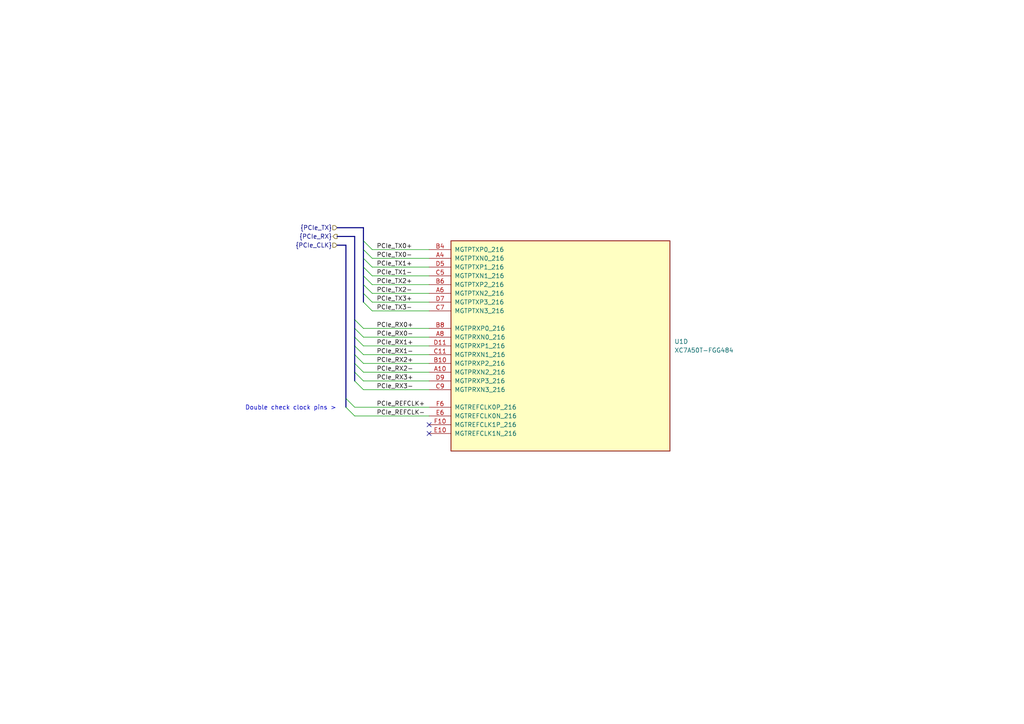
<source format=kicad_sch>
(kicad_sch (version 20250114) (generator "eeschema") (generator_version "9.0")
  (paper "A4")
  (lib_symbols
    (symbol "FPGA Accelerator:XC7A50T-FGG484" (pin_names (offset 1.016))
      (property "Reference" "U" (at 0 1.27 0))
      (property "Value" "XC7A50T-FGG484" (at 0 -1.27 0))
      (symbol "XC7A50T-FGG484_1_1"
        (rectangle (start -44.45 67.31) (end 44.45 -73.66) (stroke (width 0.254)) (fill (type background)))
        (pin power_in line (at -40.64 73.66 270) (length 6.35) (name "VCCO_13") (number "AA17"))
        (pin power_in line (at -38.1 73.66 270) (length 6.35) (name "VCCO_13") (number "AB14"))
        (pin power_in line (at -35.56 73.66 270) (length 6.35) (name "VCCO_13") (number "V16"))
        (pin power_in line (at -33.02 73.66 270) (length 6.35) (name "VCCO_13") (number "W13"))
        (pin power_in line (at -30.48 73.66 270) (length 6.35) (name "VCCO_13") (number "Y10"))
        (pin power_in line (at 27.94 73.66 270) (length 6.35) (name "VCCO_14") (number "M14"))
        (pin power_in line (at 30.48 73.66 270) (length 6.35) (name "VCCO_14") (number "P18"))
        (pin power_in line (at 33.02 73.66 270) (length 6.35) (name "VCCO_14") (number "R15"))
        (pin power_in line (at 35.56 73.66 270) (length 6.35) (name "VCCO_14") (number "T22"))
        (pin power_in line (at 38.1 73.66 270) (length 6.35) (name "VCCO_14") (number "U19"))
        (pin power_in line (at 40.64 73.66 270) (length 6.35) (name "VCCO_14") (number "Y20"))
        (pin bidirectional line (at 50.8 53.34 180) (length 6.35) (name "IO_0_14") (number "P20"))
        (pin bidirectional line (at 50.8 50.8 180) (length 6.35) (name "IO_L1P_T0_D00_MOSI_14") (number "P22"))
        (pin bidirectional line (at 50.8 48.26 180) (length 6.35) (name "IO_L1N_T0_D01_DIN_14") (number "R22"))
        (pin bidirectional line (at 50.8 45.72 180) (length 6.35) (name "IO_L2P_T0_D02_14") (number "P21"))
        (pin bidirectional line (at 50.8 43.18 180) (length 6.35) (name "IO_L2N_T0_D03_14") (number "R21"))
        (pin bidirectional line (at 50.8 40.64 180) (length 6.35) (name "IO_L3P_T0_DQS_PUDC_B_14") (number "U22"))
        (pin bidirectional line (at 50.8 38.1 180) (length 6.35) (name "IO_L3N_T0_DQS_EMCCLK_14") (number "V22"))
        (pin bidirectional line (at 50.8 35.56 180) (length 6.35) (name "IO_L4P_T0_D04_14") (number "T21"))
        (pin bidirectional line (at 50.8 33.02 180) (length 6.35) (name "IO_L4N_T0_D05_14") (number "U21"))
        (pin bidirectional line (at 50.8 30.48 180) (length 6.35) (name "IO_L5P_T0_D06_14") (number "P19"))
        (pin bidirectional line (at 50.8 27.94 180) (length 6.35) (name "IO_L5N_T0_D07_14") (number "R19"))
        (pin bidirectional line (at 50.8 25.4 180) (length 6.35) (name "IO_L6P_T0_FCS_B_14") (number "T19"))
        (pin bidirectional line (at 50.8 22.86 180) (length 6.35) (name "IO_L6N_T0_D08_VREF_14") (number "T20"))
        (pin bidirectional line (at 50.8 20.32 180) (length 6.35) (name "IO_L7P_T1_D09_14") (number "W21"))
        (pin bidirectional line (at 50.8 17.78 180) (length 6.35) (name "IO_L7N_T1_D10_14") (number "W22"))
        (pin bidirectional line (at 50.8 15.24 180) (length 6.35) (name "IO_L8P_T1_D11_14") (number "AA20"))
        (pin bidirectional line (at 50.8 12.7 180) (length 6.35) (name "IO_L8N_T1_D12_14") (number "AA21"))
        (pin bidirectional line (at 50.8 10.16 180) (length 6.35) (name "IO_L9P_T1_DQS_14") (number "Y21"))
        (pin bidirectional line (at 50.8 7.62 180) (length 6.35) (name "IO_L9N_T1_DQS_D13_14") (number "Y22"))
        (pin bidirectional line (at 50.8 5.08 180) (length 6.35) (name "IO_L10P_T1_D14_14") (number "AB21"))
        (pin bidirectional line (at 50.8 2.54 180) (length 6.35) (name "IO_L10N_T1_D15_14") (number "AB22"))
        (pin bidirectional line (at 50.8 0 180) (length 6.35) (name "IO_L11P_T1_SRCC_14") (number "U20"))
        (pin bidirectional line (at 50.8 -2.54 180) (length 6.35) (name "IO_L11N_T1_SRCC_14") (number "V20"))
        (pin bidirectional line (at 50.8 -5.08 180) (length 6.35) (name "IO_L12P_T1_MRCC_14") (number "W19"))
        (pin bidirectional line (at 50.8 -7.62 180) (length 6.35) (name "IO_L12N_T1_MRCC_14") (number "W20"))
        (pin bidirectional line (at 50.8 -10.16 180) (length 6.35) (name "IO_L13P_T2_MRCC_14") (number "Y18"))
        (pin bidirectional line (at 50.8 -12.7 180) (length 6.35) (name "IO_L13N_T2_MRCC_14") (number "Y19"))
        (pin bidirectional line (at 50.8 -15.24 180) (length 6.35) (name "IO_L14P_T2_SRCC_14") (number "V18"))
        (pin bidirectional line (at 50.8 -17.78 180) (length 6.35) (name "IO_L14N_T2_SRCC_14") (number "V19"))
        (pin bidirectional line (at 50.8 -20.32 180) (length 6.35) (name "IO_L15P_T2_DQS_RDWR_B_14") (number "AA19"))
        (pin bidirectional line (at 50.8 -22.86 180) (length 6.35) (name "IO_L15N_T2_DQS_DOUT_CSO_B_14") (number "AB20"))
        (pin bidirectional line (at 50.8 -25.4 180) (length 6.35) (name "IO_L16P_T2_CSI_B_14") (number "V17"))
        (pin bidirectional line (at 50.8 -27.94 180) (length 6.35) (name "IO_L16N_T2_A15_D31_14") (number "W17"))
        (pin bidirectional line (at 50.8 -30.48 180) (length 6.35) (name "IO_L17P_T2_A14_D30_14") (number "AA18"))
        (pin bidirectional line (at 50.8 -33.02 180) (length 6.35) (name "IO_L17N_T2_A13_D29_14") (number "AB18"))
        (pin bidirectional line (at 50.8 -35.56 180) (length 6.35) (name "IO_L18P_T2_A12_D28_14") (number "U17"))
        (pin bidirectional line (at 50.8 -38.1 180) (length 6.35) (name "IO_L18N_T2_A11_D27_14") (number "U18"))
        (pin bidirectional line (at 50.8 -40.64 180) (length 6.35) (name "IO_L19P_T3_A10_D26_14") (number "P14"))
        (pin bidirectional line (at 50.8 -43.18 180) (length 6.35) (name "IO_L19N_T3_A09_D25_VREF_14") (number "R14"))
        (pin bidirectional line (at 50.8 -45.72 180) (length 6.35) (name "IO_L20P_T3_A08_D24_14") (number "R18"))
        (pin bidirectional line (at 50.8 -48.26 180) (length 6.35) (name "IO_L20N_T3_A07_D23_14") (number "T18"))
        (pin bidirectional line (at 50.8 -50.8 180) (length 6.35) (name "IO_L21P_T3_DQS_14") (number "N17"))
        (pin bidirectional line (at 50.8 -53.34 180) (length 6.35) (name "IO_L21N_T3_DQS_A06_D22_14") (number "P17"))
        (pin bidirectional line (at 50.8 -55.88 180) (length 6.35) (name "IO_L22P_T3_A05_D21_14") (number "P15"))
        (pin bidirectional line (at 50.8 -58.42 180) (length 6.35) (name "IO_L22N_T3_A04_D20_14") (number "R16"))
        (pin bidirectional line (at 50.8 -60.96 180) (length 6.35) (name "IO_L23P_T3_A03_D19_14") (number "N13"))
        (pin bidirectional line (at 50.8 -63.5 180) (length 6.35) (name "IO_L23N_T3_A02_D18_14") (number "N14"))
        (pin bidirectional line (at 50.8 -66.04 180) (length 6.35) (name "IO_L24P_T3_A01_D17_14") (number "P16"))
        (pin bidirectional line (at 50.8 -68.58 180) (length 6.35) (name "IO_L24N_T3_A00_D16_14") (number "R17"))
        (pin bidirectional line (at 50.8 -71.12 180) (length 6.35) (name "IO_25_14") (number "N15"))
      )
      (symbol "XC7A50T-FGG484_2_1"
        (rectangle (start -44.45 67.31) (end 44.45 -73.66) (stroke (width 0.254)) (fill (type background)))
        (pin bidirectional line (at -50.8 53.34 0) (length 6.35) (name "IO_0_15") (number "J16"))
        (pin bidirectional line (at -50.8 50.8 0) (length 6.35) (name "IO_L1P_T0_AD0P_15") (number "H13"))
        (pin bidirectional line (at -50.8 48.26 0) (length 6.35) (name "IO_L1N_T0_AD0N_15") (number "G13"))
        (pin bidirectional line (at -50.8 45.72 0) (length 6.35) (name "IO_L2P_T0_AD8P_15") (number "G15"))
        (pin bidirectional line (at -50.8 43.18 0) (length 6.35) (name "IO_L2N_T0_AD8N_15") (number "G16"))
        (pin bidirectional line (at -50.8 40.64 0) (length 6.35) (name "IO_L3P_T0_DQS_AD1P_15") (number "J14"))
        (pin bidirectional line (at -50.8 38.1 0) (length 6.35) (name "IO_L3N_T0_DQS_AD1N_15") (number "H14"))
        (pin bidirectional line (at -50.8 35.56 0) (length 6.35) (name "IO_L4P_T0_15") (number "G17"))
        (pin bidirectional line (at -50.8 33.02 0) (length 6.35) (name "IO_L4N_T0_15") (number "G18"))
        (pin bidirectional line (at -50.8 30.48 0) (length 6.35) (name "IO_L5P_T0_AD9P_15") (number "J15"))
        (pin bidirectional line (at -50.8 27.94 0) (length 6.35) (name "IO_L5N_T0_AD9N_15") (number "H15"))
        (pin bidirectional line (at -50.8 25.4 0) (length 6.35) (name "IO_L6P_T0_15") (number "H17"))
        (pin bidirectional line (at -50.8 22.86 0) (length 6.35) (name "IO_L6N_T0_VREF_15") (number "H18"))
        (pin bidirectional line (at -50.8 20.32 0) (length 6.35) (name "IO_L7P_T1_AD2P_15") (number "J22"))
        (pin bidirectional line (at -50.8 17.78 0) (length 6.35) (name "IO_L7N_T1_AD2N_15") (number "H22"))
        (pin bidirectional line (at -50.8 15.24 0) (length 6.35) (name "IO_L8P_T1_AD10P_15") (number "H20"))
        (pin bidirectional line (at -50.8 12.7 0) (length 6.35) (name "IO_L8N_T1_AD10N_15") (number "G20"))
        (pin bidirectional line (at -50.8 10.16 0) (length 6.35) (name "IO_L9P_T1_DQS_AD3P_15") (number "K21"))
        (pin bidirectional line (at -50.8 7.62 0) (length 6.35) (name "IO_L9N_T1_DQS_AD3N_15") (number "K22"))
        (pin bidirectional line (at -50.8 5.08 0) (length 6.35) (name "IO_L10P_T1_AD11P_15") (number "M21"))
        (pin bidirectional line (at -50.8 2.54 0) (length 6.35) (name "IO_L10N_T1_AD11N_15") (number "L21"))
        (pin bidirectional line (at -50.8 0 0) (length 6.35) (name "IO_L11P_T1_SRCC_15") (number "J20"))
        (pin bidirectional line (at -50.8 -2.54 0) (length 6.35) (name "IO_L11N_T1_SRCC_15") (number "J21"))
        (pin bidirectional line (at -50.8 -5.08 0) (length 6.35) (name "IO_L12P_T1_MRCC_15") (number "J19"))
        (pin bidirectional line (at -50.8 -7.62 0) (length 6.35) (name "IO_L12N_T1_MRCC_15") (number "H19"))
        (pin bidirectional line (at -50.8 -10.16 0) (length 6.35) (name "IO_L13P_T2_MRCC_15") (number "K18"))
        (pin bidirectional line (at -50.8 -12.7 0) (length 6.35) (name "IO_L13N_T2_MRCC_15") (number "K19"))
        (pin bidirectional line (at -50.8 -15.24 0) (length 6.35) (name "IO_L14P_T2_SRCC_15") (number "L19"))
        (pin bidirectional line (at -50.8 -17.78 0) (length 6.35) (name "IO_L14N_T2_SRCC_15") (number "L20"))
        (pin bidirectional line (at -50.8 -20.32 0) (length 6.35) (name "IO_L15P_T2_DQS_15") (number "N22"))
        (pin bidirectional line (at -50.8 -22.86 0) (length 6.35) (name "IO_L15N_T2_DQS_ADV_B_15") (number "M22"))
        (pin bidirectional line (at -50.8 -25.4 0) (length 6.35) (name "IO_L16P_T2_A28_15") (number "M18"))
        (pin bidirectional line (at -50.8 -27.94 0) (length 6.35) (name "IO_L16N_T2_A27_15") (number "L18"))
        (pin bidirectional line (at -50.8 -30.48 0) (length 6.35) (name "IO_L17P_T2_A26_15") (number "N18"))
        (pin bidirectional line (at -50.8 -33.02 0) (length 6.35) (name "IO_L17N_T2_A25_15") (number "N19"))
        (pin bidirectional line (at -50.8 -35.56 0) (length 6.35) (name "IO_L18P_T2_A24_15") (number "N20"))
        (pin bidirectional line (at -50.8 -38.1 0) (length 6.35) (name "IO_L18N_T2_A23_15") (number "M20"))
        (pin bidirectional line (at -50.8 -40.64 0) (length 6.35) (name "IO_L19P_T3_A22_15") (number "K13"))
        (pin bidirectional line (at -50.8 -43.18 0) (length 6.35) (name "IO_L19N_T3_A21_VREF_15") (number "K14"))
        (pin bidirectional line (at -50.8 -45.72 0) (length 6.35) (name "IO_L20P_T3_A20_15") (number "M13"))
        (pin bidirectional line (at -50.8 -48.26 0) (length 6.35) (name "IO_L20N_T3_A19_15") (number "L13"))
        (pin bidirectional line (at -50.8 -50.8 0) (length 6.35) (name "IO_L21P_T3_DQS_15") (number "K17"))
        (pin bidirectional line (at -50.8 -53.34 0) (length 6.35) (name "IO_L21N_T3_DQS_A18_15") (number "J17"))
        (pin bidirectional line (at -50.8 -55.88 0) (length 6.35) (name "IO_L22P_T3_A17_15") (number "L14"))
        (pin bidirectional line (at -50.8 -58.42 0) (length 6.35) (name "IO_L22N_T3_A16_15") (number "L15"))
        (pin bidirectional line (at -50.8 -60.96 0) (length 6.35) (name "IO_L23P_T3_FOE_B_15") (number "L16"))
        (pin bidirectional line (at -50.8 -63.5 0) (length 6.35) (name "IO_L23N_T3_FWE_B_15") (number "K16"))
        (pin bidirectional line (at -50.8 -66.04 0) (length 6.35) (name "IO_L24P_T3_RS1_15") (number "M15"))
        (pin bidirectional line (at -50.8 -68.58 0) (length 6.35) (name "IO_L24N_T3_RS0_15") (number "M16"))
        (pin bidirectional line (at -50.8 -71.12 0) (length 6.35) (name "IO_25_15") (number "M17"))
        (pin power_in line (at -40.64 73.66 270) (length 6.35) (name "VCCO_15") (number "G19"))
        (pin power_in line (at -38.1 73.66 270) (length 6.35) (name "VCCO_15") (number "H16"))
        (pin power_in line (at -35.56 73.66 270) (length 6.35) (name "VCCO_15") (number "J13"))
        (pin power_in line (at -33.02 73.66 270) (length 6.35) (name "VCCO_15") (number "K20"))
        (pin power_in line (at -30.48 73.66 270) (length 6.35) (name "VCCO_15") (number "L17"))
        (pin power_in line (at -27.94 73.66 270) (length 6.35) (name "VCCO_15") (number "N21"))
        (pin power_in line (at 27.94 73.66 270) (length 6.35) (name "VCCO_16") (number "A17"))
        (pin power_in line (at 30.48 73.66 270) (length 6.35) (name "VCCO_16") (number "B14"))
        (pin power_in line (at 33.02 73.66 270) (length 6.35) (name "VCCO_16") (number "C21"))
        (pin power_in line (at 35.56 73.66 270) (length 6.35) (name "VCCO_16") (number "D18"))
        (pin power_in line (at 38.1 73.66 270) (length 6.35) (name "VCCO_16") (number "E15"))
        (pin power_in line (at 40.64 73.66 270) (length 6.35) (name "VCCO_16") (number "F22"))
        (pin bidirectional line (at 50.8 53.34 180) (length 6.35) (name "IO_0_16") (number "F15"))
        (pin bidirectional line (at 50.8 50.8 180) (length 6.35) (name "IO_L1P_T0_16") (number "F13"))
        (pin bidirectional line (at 50.8 48.26 180) (length 6.35) (name "IO_L1N_T0_16") (number "F14"))
        (pin bidirectional line (at 50.8 45.72 180) (length 6.35) (name "IO_L2P_T0_16") (number "F16"))
        (pin bidirectional line (at 50.8 43.18 180) (length 6.35) (name "IO_L2N_T0_16") (number "E17"))
        (pin bidirectional line (at 50.8 40.64 180) (length 6.35) (name "IO_L3P_T0_DQS_16") (number "C14"))
        (pin bidirectional line (at 50.8 38.1 180) (length 6.35) (name "IO_L3N_T0_DQS_16") (number "C15"))
        (pin bidirectional line (at 50.8 35.56 180) (length 6.35) (name "IO_L4P_T0_16") (number "E13"))
        (pin bidirectional line (at 50.8 33.02 180) (length 6.35) (name "IO_L4N_T0_16") (number "E14"))
        (pin bidirectional line (at 50.8 30.48 180) (length 6.35) (name "IO_L5P_T0_16") (number "E16"))
        (pin bidirectional line (at 50.8 27.94 180) (length 6.35) (name "IO_L5N_T0_16") (number "D16"))
        (pin bidirectional line (at 50.8 25.4 180) (length 6.35) (name "IO_L6P_T0_16") (number "D14"))
        (pin bidirectional line (at 50.8 22.86 180) (length 6.35) (name "IO_L6N_T0_VREF_16") (number "D15"))
        (pin bidirectional line (at 50.8 20.32 180) (length 6.35) (name "IO_L7P_T1_16") (number "B15"))
        (pin bidirectional line (at 50.8 17.78 180) (length 6.35) (name "IO_L7N_T1_16") (number "B16"))
        (pin bidirectional line (at 50.8 15.24 180) (length 6.35) (name "IO_L8P_T1_16") (number "C13"))
        (pin bidirectional line (at 50.8 12.7 180) (length 6.35) (name "IO_L8N_T1_16") (number "B13"))
        (pin bidirectional line (at 50.8 10.16 180) (length 6.35) (name "IO_L9P_T1_DQS_16") (number "A15"))
        (pin bidirectional line (at 50.8 7.62 180) (length 6.35) (name "IO_L9N_T1_DQS_16") (number "A16"))
        (pin bidirectional line (at 50.8 5.08 180) (length 6.35) (name "IO_L10P_T1_16") (number "A13"))
        (pin bidirectional line (at 50.8 2.54 180) (length 6.35) (name "IO_L10N_T1_16") (number "A14"))
        (pin bidirectional line (at 50.8 0 180) (length 6.35) (name "IO_L11P_T1_SRCC_16") (number "B17"))
        (pin bidirectional line (at 50.8 -2.54 180) (length 6.35) (name "IO_L11N_T1_SRCC_16") (number "B18"))
        (pin bidirectional line (at 50.8 -5.08 180) (length 6.35) (name "IO_L12P_T1_MRCC_16") (number "D17"))
        (pin bidirectional line (at 50.8 -7.62 180) (length 6.35) (name "IO_L12N_T1_MRCC_16") (number "C17"))
        (pin bidirectional line (at 50.8 -10.16 180) (length 6.35) (name "IO_L13P_T2_MRCC_16") (number "C18"))
        (pin bidirectional line (at 50.8 -12.7 180) (length 6.35) (name "IO_L13N_T2_MRCC_16") (number "C19"))
        (pin bidirectional line (at 50.8 -15.24 180) (length 6.35) (name "IO_L14P_T2_SRCC_16") (number "E19"))
        (pin bidirectional line (at 50.8 -17.78 180) (length 6.35) (name "IO_L14N_T2_SRCC_16") (number "D19"))
        (pin bidirectional line (at 50.8 -20.32 180) (length 6.35) (name "IO_L15P_T2_DQS_16") (number "F18"))
        (pin bidirectional line (at 50.8 -22.86 180) (length 6.35) (name "IO_L15N_T2_DQS_16") (number "E18"))
        (pin bidirectional line (at 50.8 -25.4 180) (length 6.35) (name "IO_L16P_T2_16") (number "B20"))
        (pin bidirectional line (at 50.8 -27.94 180) (length 6.35) (name "IO_L16N_T2_16") (number "A20"))
        (pin bidirectional line (at 50.8 -30.48 180) (length 6.35) (name "IO_L17P_T2_16") (number "A18"))
        (pin bidirectional line (at 50.8 -33.02 180) (length 6.35) (name "IO_L17N_T2_16") (number "A19"))
        (pin bidirectional line (at 50.8 -35.56 180) (length 6.35) (name "IO_L18P_T2_16") (number "F19"))
        (pin bidirectional line (at 50.8 -38.1 180) (length 6.35) (name "IO_L18N_T2_16") (number "F20"))
        (pin bidirectional line (at 50.8 -40.64 180) (length 6.35) (name "IO_L19P_T3_16") (number "D20"))
        (pin bidirectional line (at 50.8 -43.18 180) (length 6.35) (name "IO_L19N_T3_VREF_16") (number "C20"))
        (pin bidirectional line (at 50.8 -45.72 180) (length 6.35) (name "IO_L20P_T3_16") (number "C22"))
        (pin bidirectional line (at 50.8 -48.26 180) (length 6.35) (name "IO_L20N_T3_16") (number "B22"))
        (pin bidirectional line (at 50.8 -50.8 180) (length 6.35) (name "IO_L21P_T3_DQS_16") (number "B21"))
        (pin bidirectional line (at 50.8 -53.34 180) (length 6.35) (name "IO_L21N_T3_DQS_16") (number "A21"))
        (pin bidirectional line (at 50.8 -55.88 180) (length 6.35) (name "IO_L22P_T3_16") (number "E22"))
        (pin bidirectional line (at 50.8 -58.42 180) (length 6.35) (name "IO_L22N_T3_16") (number "D22"))
        (pin bidirectional line (at 50.8 -60.96 180) (length 6.35) (name "IO_L23P_T3_16") (number "E21"))
        (pin bidirectional line (at 50.8 -63.5 180) (length 6.35) (name "IO_L23N_T3_16") (number "D21"))
        (pin bidirectional line (at 50.8 -66.04 180) (length 6.35) (name "IO_L24P_T3_16") (number "G21"))
        (pin bidirectional line (at 50.8 -68.58 180) (length 6.35) (name "IO_L24N_T3_16") (number "G22"))
        (pin bidirectional line (at 50.8 -71.12 180) (length 6.35) (name "IO_25_16") (number "F21"))
      )
      (symbol "XC7A50T-FGG484_3_1"
        (rectangle (start -44.45 67.31) (end 44.45 -73.66) (stroke (width 0.254)) (fill (type background)))
        (pin bidirectional line (at -50.8 53.34 0) (length 6.35) (name "IO_0_34") (number "T3"))
        (pin bidirectional line (at -50.8 50.8 0) (length 6.35) (name "IO_L1P_T0_34") (number "T1"))
        (pin bidirectional line (at -50.8 48.26 0) (length 6.35) (name "IO_L1N_T0_34") (number "U1"))
        (pin bidirectional line (at -50.8 45.72 0) (length 6.35) (name "IO_L2P_T0_34") (number "U2"))
        (pin bidirectional line (at -50.8 43.18 0) (length 6.35) (name "IO_L2N_T0_34") (number "V2"))
        (pin bidirectional line (at -50.8 40.64 0) (length 6.35) (name "IO_L3P_T0_DQS_34") (number "R3"))
        (pin bidirectional line (at -50.8 38.1 0) (length 6.35) (name "IO_L3N_T0_DQS_34") (number "R2"))
        (pin bidirectional line (at -50.8 35.56 0) (length 6.35) (name "IO_L4P_T0_34") (number "W2"))
        (pin bidirectional line (at -50.8 33.02 0) (length 6.35) (name "IO_L4N_T0_34") (number "Y2"))
        (pin bidirectional line (at -50.8 30.48 0) (length 6.35) (name "IO_L5P_T0_34") (number "W1"))
        (pin bidirectional line (at -50.8 27.94 0) (length 6.35) (name "IO_L5N_T0_34") (number "Y1"))
        (pin bidirectional line (at -50.8 25.4 0) (length 6.35) (name "IO_L6P_T0_34") (number "U3"))
        (pin bidirectional line (at -50.8 22.86 0) (length 6.35) (name "IO_L6N_T0_VREF_34") (number "V3"))
        (pin bidirectional line (at -50.8 20.32 0) (length 6.35) (name "IO_L7P_T1_34") (number "AA1"))
        (pin bidirectional line (at -50.8 17.78 0) (length 6.35) (name "IO_L7N_T1_34") (number "AB1"))
        (pin bidirectional line (at -50.8 15.24 0) (length 6.35) (name "IO_L8P_T1_34") (number "AB3"))
        (pin bidirectional line (at -50.8 12.7 0) (length 6.35) (name "IO_L8N_T1_34") (number "AB2"))
        (pin bidirectional line (at -50.8 10.16 0) (length 6.35) (name "IO_L9P_T1_DQS_34") (number "Y3"))
        (pin bidirectional line (at -50.8 7.62 0) (length 6.35) (name "IO_L9N_T1_DQS_34") (number "AA3"))
        (pin bidirectional line (at -50.8 5.08 0) (length 6.35) (name "IO_L10P_T1_34") (number "AA5"))
        (pin bidirectional line (at -50.8 2.54 0) (length 6.35) (name "IO_L10N_T1_34") (number "AB5"))
        (pin bidirectional line (at -50.8 0 0) (length 6.35) (name "IO_L11P_T1_SRCC_34") (number "Y4"))
        (pin bidirectional line (at -50.8 -2.54 0) (length 6.35) (name "IO_L11N_T1_SRCC_34") (number "AA4"))
        (pin bidirectional line (at -50.8 -5.08 0) (length 6.35) (name "IO_L12P_T1_MRCC_34") (number "V4"))
        (pin bidirectional line (at -50.8 -7.62 0) (length 6.35) (name "IO_L12N_T1_MRCC_34") (number "W4"))
        (pin bidirectional line (at -50.8 -10.16 0) (length 6.35) (name "IO_L13P_T2_MRCC_34") (number "R4"))
        (pin bidirectional line (at -50.8 -12.7 0) (length 6.35) (name "IO_L13N_T2_MRCC_34") (number "T4"))
        (pin bidirectional line (at -50.8 -15.24 0) (length 6.35) (name "IO_L14P_T2_SRCC_34") (number "T5"))
        (pin bidirectional line (at -50.8 -17.78 0) (length 6.35) (name "IO_L14N_T2_SRCC_34") (number "U5"))
        (pin bidirectional line (at -50.8 -20.32 0) (length 6.35) (name "IO_L15P_T2_DQS_34") (number "W6"))
        (pin bidirectional line (at -50.8 -22.86 0) (length 6.35) (name "IO_L15N_T2_DQS_34") (number "W5"))
        (pin bidirectional line (at -50.8 -25.4 0) (length 6.35) (name "IO_L16P_T2_34") (number "U6"))
        (pin bidirectional line (at -50.8 -27.94 0) (length 6.35) (name "IO_L16N_T2_34") (number "V5"))
        (pin bidirectional line (at -50.8 -30.48 0) (length 6.35) (name "IO_L17P_T2_34") (number "R6"))
        (pin bidirectional line (at -50.8 -33.02 0) (length 6.35) (name "IO_L17N_T2_34") (number "T6"))
        (pin bidirectional line (at -50.8 -35.56 0) (length 6.35) (name "IO_L18P_T2_34") (number "Y6"))
        (pin bidirectional line (at -50.8 -38.1 0) (length 6.35) (name "IO_L18N_T2_34") (number "AA6"))
        (pin bidirectional line (at -50.8 -40.64 0) (length 6.35) (name "IO_L19P_T3_34") (number "V7"))
        (pin bidirectional line (at -50.8 -43.18 0) (length 6.35) (name "IO_L19N_T3_VREF_34") (number "W7"))
        (pin bidirectional line (at -50.8 -45.72 0) (length 6.35) (name "IO_L20P_T3_34") (number "AB7"))
        (pin bidirectional line (at -50.8 -48.26 0) (length 6.35) (name "IO_L20N_T3_34") (number "AB6"))
        (pin bidirectional line (at -50.8 -50.8 0) (length 6.35) (name "IO_L21P_T3_DQS_34") (number "V9"))
        (pin bidirectional line (at -50.8 -53.34 0) (length 6.35) (name "IO_L21N_T3_DQS_34") (number "V8"))
        (pin bidirectional line (at -50.8 -55.88 0) (length 6.35) (name "IO_L22P_T3_34") (number "AA8"))
        (pin bidirectional line (at -50.8 -58.42 0) (length 6.35) (name "IO_L22N_T3_34") (number "AB8"))
        (pin bidirectional line (at -50.8 -60.96 0) (length 6.35) (name "IO_L23P_T3_34") (number "Y8"))
        (pin bidirectional line (at -50.8 -63.5 0) (length 6.35) (name "IO_L23N_T3_34") (number "Y7"))
        (pin bidirectional line (at -50.8 -66.04 0) (length 6.35) (name "IO_L24P_T3_34") (number "W9"))
        (pin bidirectional line (at -50.8 -68.58 0) (length 6.35) (name "IO_L24N_T3_34") (number "Y9"))
        (pin bidirectional line (at -50.8 -71.12 0) (length 6.35) (name "IO_25_34") (number "U7"))
        (pin power_in line (at -40.64 73.66 270) (length 6.35) (name "VCCO_34") (number "AA7"))
        (pin power_in line (at -38.1 73.66 270) (length 6.35) (name "VCCO_34") (number "AB4"))
        (pin power_in line (at -35.56 73.66 270) (length 6.35) (name "VCCO_34") (number "R5"))
        (pin power_in line (at -33.02 73.66 270) (length 6.35) (name "VCCO_34") (number "T2"))
        (pin power_in line (at -30.48 73.66 270) (length 6.35) (name "VCCO_34") (number "V6"))
        (pin power_in line (at -27.94 73.66 270) (length 6.35) (name "VCCO_34") (number "W3"))
        (pin power_in line (at 27.94 73.66 270) (length 6.35) (name "VCCO_35") (number "C1"))
        (pin power_in line (at 30.48 73.66 270) (length 6.35) (name "VCCO_35") (number "F2"))
        (pin power_in line (at 33.02 73.66 270) (length 6.35) (name "VCCO_35") (number "H6"))
        (pin power_in line (at 35.56 73.66 270) (length 6.35) (name "VCCO_35") (number "J3"))
        (pin power_in line (at 38.1 73.66 270) (length 6.35) (name "VCCO_35") (number "M4"))
        (pin power_in line (at 40.64 73.66 270) (length 6.35) (name "VCCO_35") (number "N1"))
        (pin bidirectional line (at 50.8 53.34 180) (length 6.35) (name "IO_0_35") (number "F4"))
        (pin bidirectional line (at 50.8 50.8 180) (length 6.35) (name "IO_L1P_T0_AD4P_35") (number "B1"))
        (pin bidirectional line (at 50.8 48.26 180) (length 6.35) (name "IO_L1N_T0_AD4N_35") (number "A1"))
        (pin bidirectional line (at 50.8 45.72 180) (length 6.35) (name "IO_L2P_T0_AD12P_35") (number "C2"))
        (pin bidirectional line (at 50.8 43.18 180) (length 6.35) (name "IO_L2N_T0_AD12N_35") (number "B2"))
        (pin bidirectional line (at 50.8 40.64 180) (length 6.35) (name "IO_L3P_T0_DQS_AD5P_35") (number "E1"))
        (pin bidirectional line (at 50.8 38.1 180) (length 6.35) (name "IO_L3N_T0_DQS_AD5N_35") (number "D1"))
        (pin bidirectional line (at 50.8 35.56 180) (length 6.35) (name "IO_L4P_T0_35") (number "E2"))
        (pin bidirectional line (at 50.8 33.02 180) (length 6.35) (name "IO_L4N_T0_35") (number "D2"))
        (pin bidirectional line (at 50.8 30.48 180) (length 6.35) (name "IO_L5P_T0_AD13P_35") (number "G1"))
        (pin bidirectional line (at 50.8 27.94 180) (length 6.35) (name "IO_L5N_T0_AD13N_35") (number "F1"))
        (pin bidirectional line (at 50.8 25.4 180) (length 6.35) (name "IO_L6P_T0_35") (number "F3"))
        (pin bidirectional line (at 50.8 22.86 180) (length 6.35) (name "IO_L6N_T0_VREF_35") (number "E3"))
        (pin bidirectional line (at 50.8 20.32 180) (length 6.35) (name "IO_L7P_T1_AD6P_35") (number "K1"))
        (pin bidirectional line (at 50.8 17.78 180) (length 6.35) (name "IO_L7N_T1_AD6N_35") (number "J1"))
        (pin bidirectional line (at 50.8 15.24 180) (length 6.35) (name "IO_L8P_T1_AD14P_35") (number "H2"))
        (pin bidirectional line (at 50.8 12.7 180) (length 6.35) (name "IO_L8N_T1_AD14N_35") (number "G2"))
        (pin bidirectional line (at 50.8 10.16 180) (length 6.35) (name "IO_L9P_T1_DQS_AD7P_35") (number "K2"))
        (pin bidirectional line (at 50.8 7.62 180) (length 6.35) (name "IO_L9N_T1_DQS_AD7N_35") (number "J2"))
        (pin bidirectional line (at 50.8 5.08 180) (length 6.35) (name "IO_L10P_T1_AD15P_35") (number "J5"))
        (pin bidirectional line (at 50.8 2.54 180) (length 6.35) (name "IO_L10N_T1_AD15N_35") (number "H5"))
        (pin bidirectional line (at 50.8 0 180) (length 6.35) (name "IO_L11P_T1_SRCC_35") (number "H3"))
        (pin bidirectional line (at 50.8 -2.54 180) (length 6.35) (name "IO_L11N_T1_SRCC_35") (number "G3"))
        (pin bidirectional line (at 50.8 -5.08 180) (length 6.35) (name "IO_L12P_T1_MRCC_35") (number "H4"))
        (pin bidirectional line (at 50.8 -7.62 180) (length 6.35) (name "IO_L12N_T1_MRCC_35") (number "G4"))
        (pin bidirectional line (at 50.8 -10.16 180) (length 6.35) (name "IO_L13P_T2_MRCC_35") (number "K4"))
        (pin bidirectional line (at 50.8 -12.7 180) (length 6.35) (name "IO_L13N_T2_MRCC_35") (number "J4"))
        (pin bidirectional line (at 50.8 -15.24 180) (length 6.35) (name "IO_L14P_T2_SRCC_35") (number "L3"))
        (pin bidirectional line (at 50.8 -17.78 180) (length 6.35) (name "IO_L14N_T2_SRCC_35") (number "K3"))
        (pin bidirectional line (at 50.8 -20.32 180) (length 6.35) (name "IO_L15P_T2_DQS_35") (number "M1"))
        (pin bidirectional line (at 50.8 -22.86 180) (length 6.35) (name "IO_L15N_T2_DQS_35") (number "L1"))
        (pin bidirectional line (at 50.8 -25.4 180) (length 6.35) (name "IO_L16P_T2_35") (number "M3"))
        (pin bidirectional line (at 50.8 -27.94 180) (length 6.35) (name "IO_L16N_T2_35") (number "M2"))
        (pin bidirectional line (at 50.8 -30.48 180) (length 6.35) (name "IO_L17P_T2_35") (number "K6"))
        (pin bidirectional line (at 50.8 -33.02 180) (length 6.35) (name "IO_L17N_T2_35") (number "J6"))
        (pin bidirectional line (at 50.8 -35.56 180) (length 6.35) (name "IO_L18P_T2_35") (number "L5"))
        (pin bidirectional line (at 50.8 -38.1 180) (length 6.35) (name "IO_L18N_T2_35") (number "L4"))
        (pin bidirectional line (at 50.8 -40.64 180) (length 6.35) (name "IO_L19P_T3_35") (number "N4"))
        (pin bidirectional line (at 50.8 -43.18 180) (length 6.35) (name "IO_L19N_T3_VREF_35") (number "N3"))
        (pin bidirectional line (at 50.8 -45.72 180) (length 6.35) (name "IO_L20P_T3_35") (number "R1"))
        (pin bidirectional line (at 50.8 -48.26 180) (length 6.35) (name "IO_L20N_T3_35") (number "P1"))
        (pin bidirectional line (at 50.8 -50.8 180) (length 6.35) (name "IO_L21P_T3_DQS_35") (number "P5"))
        (pin bidirectional line (at 50.8 -53.34 180) (length 6.35) (name "IO_L21N_T3_DQS_35") (number "P4"))
        (pin bidirectional line (at 50.8 -55.88 180) (length 6.35) (name "IO_L22P_T3_35") (number "P2"))
        (pin bidirectional line (at 50.8 -58.42 180) (length 6.35) (name "IO_L22N_T3_35") (number "N2"))
        (pin bidirectional line (at 50.8 -60.96 180) (length 6.35) (name "IO_L23P_T3_35") (number "M6"))
        (pin bidirectional line (at 50.8 -63.5 180) (length 6.35) (name "IO_L23N_T3_35") (number "M5"))
        (pin bidirectional line (at 50.8 -66.04 180) (length 6.35) (name "IO_L24P_T3_35") (number "P6"))
        (pin bidirectional line (at 50.8 -68.58 180) (length 6.35) (name "IO_L24N_T3_35") (number "N5"))
        (pin bidirectional line (at 50.8 -71.12 180) (length 6.35) (name "IO_25_35") (number "L6"))
      )
      (symbol "XC7A50T-FGG484_4_1"
        (rectangle (start -31.75 30.48) (end 31.75 -30.48) (stroke (width 0.254)) (fill (type background)))
        (pin bidirectional line (at -38.1 27.94 0) (length 6.35) (name "MGTPTXP0_216") (number "B4"))
        (pin bidirectional line (at -38.1 25.4 0) (length 6.35) (name "MGTPTXN0_216") (number "A4"))
        (pin bidirectional line (at -38.1 22.86 0) (length 6.35) (name "MGTPTXP1_216") (number "D5"))
        (pin bidirectional line (at -38.1 20.32 0) (length 6.35) (name "MGTPTXN1_216") (number "C5"))
        (pin bidirectional line (at -38.1 17.78 0) (length 6.35) (name "MGTPTXP2_216") (number "B6"))
        (pin bidirectional line (at -38.1 15.24 0) (length 6.35) (name "MGTPTXN2_216") (number "A6"))
        (pin bidirectional line (at -38.1 12.7 0) (length 6.35) (name "MGTPTXP3_216") (number "D7"))
        (pin bidirectional line (at -38.1 10.16 0) (length 6.35) (name "MGTPTXN3_216") (number "C7"))
        (pin bidirectional line (at -38.1 5.08 0) (length 6.35) (name "MGTPRXP0_216") (number "B8"))
        (pin bidirectional line (at -38.1 2.54 0) (length 6.35) (name "MGTPRXN0_216") (number "A8"))
        (pin bidirectional line (at -38.1 0 0) (length 6.35) (name "MGTPRXP1_216") (number "D11"))
        (pin bidirectional line (at -38.1 -2.54 0) (length 6.35) (name "MGTPRXN1_216") (number "C11"))
        (pin bidirectional line (at -38.1 -5.08 0) (length 6.35) (name "MGTPRXP2_216") (number "B10"))
        (pin bidirectional line (at -38.1 -7.62 0) (length 6.35) (name "MGTPRXN2_216") (number "A10"))
        (pin bidirectional line (at -38.1 -10.16 0) (length 6.35) (name "MGTPRXP3_216") (number "D9"))
        (pin bidirectional line (at -38.1 -12.7 0) (length 6.35) (name "MGTPRXN3_216") (number "C9"))
        (pin bidirectional line (at -38.1 -17.78 0) (length 6.35) (name "MGTREFCLK0P_216") (number "F6"))
        (pin bidirectional line (at -38.1 -20.32 0) (length 6.35) (name "MGTREFCLK0N_216") (number "E6"))
        (pin bidirectional line (at -38.1 -22.86 0) (length 6.35) (name "MGTREFCLK1P_216") (number "F10"))
        (pin bidirectional line (at -38.1 -25.4 0) (length 6.35) (name "MGTREFCLK1N_216") (number "E10"))
      )
      (symbol "XC7A50T-FGG484_5_1"
        (rectangle (start -31.75 12.7) (end 31.75 -12.7) (stroke (width 0.254)) (fill (type background)))
        (pin power_in line (at -38.1 10.16 0) (length 6.35) (name "MGTAVCC") (number "D6"))
        (pin power_in line (at -38.1 7.62 0) (length 6.35) (name "MGTAVCC") (number "D10"))
        (pin power_in line (at -38.1 5.08 0) (length 6.35) (name "MGTAVCC") (number "F7"))
        (pin power_in line (at -38.1 2.54 0) (length 6.35) (name "MGTAVCC") (number "F9"))
        (pin power_in line (at -38.1 0 0) (length 6.35) (name "MGTAVCC") (number "E8"))
        (pin power_in line (at 38.1 10.16 180) (length 6.35) (name "MGTAVTT") (number "B5"))
        (pin power_in line (at 38.1 7.62 180) (length 6.35) (name "MGTAVTT") (number "B7"))
        (pin power_in line (at 38.1 5.08 180) (length 6.35) (name "MGTAVTT") (number "B9"))
        (pin power_in line (at 38.1 2.54 180) (length 6.35) (name "MGTAVTT") (number "B11"))
        (pin power_in line (at 38.1 0 180) (length 6.35) (name "MGTAVTT") (number "C4"))
        (pin power_in line (at 38.1 -2.54 180) (length 6.35) (name "MGTAVTT") (number "C8"))
        (pin power_in line (at 38.1 -7.62 180) (length 6.35) (name "MGTRREF_216") (number "F8"))
      )
      (symbol "XC7A50T-FGG484_6_1"
        (rectangle (start -31.75 34.29) (end 31.75 -40.64) (stroke (width 0.254)) (fill (type background)))
        (pin power_in line (at 25.4 40.64 270) (length 6.35) (name "VCCO_0") (number "F12"))
        (pin power_in line (at 27.94 40.64 270) (length 6.35) (name "VCCO_0") (number "T12"))
        (pin bidirectional line (at 38.1 20.32 180) (length 6.35) (name "TDI_0") (number "R13"))
        (pin bidirectional line (at 38.1 17.78 180) (length 6.35) (name "TDO_0") (number "U13"))
        (pin bidirectional line (at 38.1 15.24 180) (length 6.35) (name "TMS_0") (number "T13"))
        (pin bidirectional line (at 38.1 12.7 180) (length 6.35) (name "TCK_0") (number "V12"))
        (pin bidirectional line (at 38.1 7.62 180) (length 6.35) (name "CCLK_0") (number "L12"))
        (pin bidirectional line (at 38.1 5.08 180) (length 6.35) (name "M0_0") (number "U11"))
        (pin bidirectional line (at 38.1 2.54 180) (length 6.35) (name "M1_0") (number "U10"))
        (pin bidirectional line (at 38.1 0 180) (length 6.35) (name "M2_0") (number "U9"))
        (pin bidirectional line (at 38.1 -5.08 180) (length 6.35) (name "DONE_0") (number "G11"))
        (pin bidirectional line (at 38.1 -7.62 180) (length 6.35) (name "INIT_B_0") (number "U12"))
        (pin bidirectional line (at 38.1 -10.16 180) (length 6.35) (name "PROGRAM_B_0") (number "N12"))
        (pin bidirectional line (at 38.1 -15.24 180) (length 6.35) (name "CFGBVS_0") (number "U8"))
        (pin bidirectional line (at 38.1 -20.32 180) (length 6.35) (name "VP_0") (number "L10"))
        (pin bidirectional line (at 38.1 -22.86 180) (length 6.35) (name "VN_0") (number "M9"))
        (pin bidirectional line (at 38.1 -27.94 180) (length 6.35) (name "VREFP_0") (number "M10"))
        (pin bidirectional line (at 38.1 -30.48 180) (length 6.35) (name "VREFN_0") (number "L9"))
        (pin bidirectional line (at 38.1 -35.56 180) (length 6.35) (name "DXP_0") (number "N10"))
        (pin bidirectional line (at 38.1 -38.1 180) (length 6.35) (name "DXN_0") (number "N9"))
      )
      (symbol "XC7A50T-FGG484_7_1"
        (rectangle (start -19.05 76.2) (end 19.05 -76.2) (stroke (width 0.254)) (fill (type background)))
        (pin power_in line (at -25.4 73.66 0) (length 6.35) (name "VCCBATT_0") (number "E12"))
        (pin power_in line (at -25.4 71.12 0) (length 6.35) (name "VCCADC_0") (number "K10"))
        (pin power_in line (at -25.4 68.58 0) (length 6.35) (name "VCCBRAM") (number "J11"))
        (pin power_in line (at -25.4 66.04 0) (length 6.35) (name "VCCBRAM") (number "L11"))
        (pin power_in line (at -25.4 63.5 0) (length 6.35) (name "VCCBRAM") (number "N11"))
        (pin power_in line (at -25.4 57.15 0) (length 6.35) (name "VCCAUX") (number "H12"))
        (pin power_in line (at -25.4 54.61 0) (length 6.35) (name "VCCAUX") (number "K12"))
        (pin power_in line (at -25.4 52.07 0) (length 6.35) (name "VCCAUX") (number "M12"))
        (pin power_in line (at -25.4 49.53 0) (length 6.35) (name "VCCAUX") (number "P12"))
        (pin power_in line (at -25.4 46.99 0) (length 6.35) (name "VCCAUX") (number "R11"))
        (pin power_in line (at -25.4 38.1 0) (length 6.35) (name "GNDADC_0") (number "K9"))
        (pin power_in line (at -25.4 35.56 0) (length 6.35) (name "GND") (number "A2"))
        (pin power_in line (at -25.4 33.02 0) (length 6.35) (name "GND") (number "A3"))
        (pin power_in line (at -25.4 30.48 0) (length 6.35) (name "GND") (number "A5"))
        (pin power_in line (at -25.4 27.94 0) (length 6.35) (name "GND") (number "A7"))
        (pin power_in line (at -25.4 25.4 0) (length 6.35) (name "GND") (number "A9"))
        (pin power_in line (at -25.4 22.86 0) (length 6.35) (name "GND") (number "A11"))
        (pin power_in line (at -25.4 20.32 0) (length 6.35) (name "GND") (number "A12"))
        (pin power_in line (at -25.4 17.78 0) (length 6.35) (name "GND") (number "A22"))
        (pin power_in line (at -25.4 15.24 0) (length 6.35) (name "GND") (number "B3"))
        (pin power_in line (at -25.4 12.7 0) (length 6.35) (name "GND") (number "B12"))
        (pin power_in line (at -25.4 10.16 0) (length 6.35) (name "GND") (number "B19"))
        (pin power_in line (at -25.4 7.62 0) (length 6.35) (name "GND") (number "C3"))
        (pin power_in line (at -25.4 5.08 0) (length 6.35) (name "GND") (number "C6"))
        (pin power_in line (at -25.4 2.54 0) (length 6.35) (name "GND") (number "C10"))
        (pin power_in line (at -25.4 0 0) (length 6.35) (name "GND") (number "C12"))
        (pin power_in line (at -25.4 -2.54 0) (length 6.35) (name "GND") (number "C16"))
        (pin power_in line (at -25.4 -5.08 0) (length 6.35) (name "GND") (number "D3"))
        (pin power_in line (at -25.4 -7.62 0) (length 6.35) (name "GND") (number "D4"))
        (pin power_in line (at -25.4 -10.16 0) (length 6.35) (name "GND") (number "D8"))
        (pin power_in line (at -25.4 -12.7 0) (length 6.35) (name "GND") (number "D12"))
        (pin power_in line (at -25.4 -15.24 0) (length 6.35) (name "GND") (number "D13"))
        (pin power_in line (at -25.4 -17.78 0) (length 6.35) (name "GND") (number "E4"))
        (pin power_in line (at -25.4 -20.32 0) (length 6.35) (name "GND") (number "E5"))
        (pin power_in line (at -25.4 -22.86 0) (length 6.35) (name "GND") (number "E7"))
        (pin power_in line (at -25.4 -25.4 0) (length 6.35) (name "GND") (number "E9"))
        (pin power_in line (at -25.4 -27.94 0) (length 6.35) (name "GND") (number "E11"))
        (pin power_in line (at -25.4 -30.48 0) (length 6.35) (name "GND") (number "E20"))
        (pin power_in line (at -25.4 -33.02 0) (length 6.35) (name "GND") (number "F5"))
        (pin power_in line (at -25.4 -35.56 0) (length 6.35) (name "GND") (number "F11"))
        (pin power_in line (at -25.4 -38.1 0) (length 6.35) (name "GND") (number "F17"))
        (pin power_in line (at -25.4 -40.64 0) (length 6.35) (name "GND") (number "G5"))
        (pin power_in line (at -25.4 -43.18 0) (length 6.35) (name "GND") (number "G6"))
        (pin power_in line (at -25.4 -45.72 0) (length 6.35) (name "GND") (number "G7"))
        (pin power_in line (at -25.4 -48.26 0) (length 6.35) (name "GND") (number "G8"))
        (pin power_in line (at -25.4 -50.8 0) (length 6.35) (name "GND") (number "G9"))
        (pin power_in line (at -25.4 -53.34 0) (length 6.35) (name "GND") (number "G10"))
        (pin power_in line (at -25.4 -55.88 0) (length 6.35) (name "GND") (number "G12"))
        (pin power_in line (at -25.4 -58.42 0) (length 6.35) (name "GND") (number "G14"))
        (pin power_in line (at -25.4 -60.96 0) (length 6.35) (name "GND") (number "H1"))
        (pin power_in line (at -25.4 -63.5 0) (length 6.35) (name "GND") (number "H7"))
        (pin power_in line (at -25.4 -66.04 0) (length 6.35) (name "GND") (number "H9"))
        (pin power_in line (at -25.4 -68.58 0) (length 6.35) (name "GND") (number "H11"))
        (pin power_in line (at -25.4 -71.12 0) (length 6.35) (name "GND") (number "H21"))
        (pin power_in line (at -25.4 -73.66 0) (length 6.35) (name "GND") (number "J8"))
        (pin power_in line (at 25.4 73.66 180) (length 6.35) (name "VCCINT") (number "H8"))
        (pin power_in line (at 25.4 71.12 180) (length 6.35) (name "VCCINT") (number "H10"))
        (pin power_in line (at 25.4 68.58 180) (length 6.35) (name "VCCINT") (number "J7"))
        (pin power_in line (at 25.4 66.04 180) (length 6.35) (name "VCCINT") (number "J9"))
        (pin power_in line (at 25.4 63.5 180) (length 6.35) (name "VCCINT") (number "K8"))
        (pin power_in line (at 25.4 60.96 180) (length 6.35) (name "VCCINT") (number "L7"))
        (pin power_in line (at 25.4 58.42 180) (length 6.35) (name "VCCINT") (number "M8"))
        (pin power_in line (at 25.4 55.88 180) (length 6.35) (name "VCCINT") (number "N7"))
        (pin power_in line (at 25.4 53.34 180) (length 6.35) (name "VCCINT") (number "P8"))
        (pin power_in line (at 25.4 50.8 180) (length 6.35) (name "VCCINT") (number "P10"))
        (pin power_in line (at 25.4 48.26 180) (length 6.35) (name "VCCINT") (number "R7"))
        (pin power_in line (at 25.4 45.72 180) (length 6.35) (name "VCCINT") (number "R9"))
        (pin power_in line (at 25.4 43.18 180) (length 6.35) (name "VCCINT") (number "T8"))
        (pin power_in line (at 25.4 40.64 180) (length 6.35) (name "VCCINT") (number "T10"))
        (pin power_in line (at 25.4 33.02 180) (length 6.35) (name "GND") (number "J10"))
        (pin power_in line (at 25.4 30.48 180) (length 6.35) (name "GND") (number "J12"))
        (pin power_in line (at 25.4 27.94 180) (length 6.35) (name "GND") (number "J18"))
        (pin power_in line (at 25.4 25.4 180) (length 6.35) (name "GND") (number "K5"))
        (pin power_in line (at 25.4 22.86 180) (length 6.35) (name "GND") (number "K7"))
        (pin power_in line (at 25.4 20.32 180) (length 6.35) (name "GND") (number "K11"))
        (pin power_in line (at 25.4 17.78 180) (length 6.35) (name "GND") (number "K15"))
        (pin power_in line (at 25.4 15.24 180) (length 6.35) (name "GND") (number "L2"))
        (pin power_in line (at 25.4 12.7 180) (length 6.35) (name "GND") (number "L8"))
        (pin power_in line (at 25.4 10.16 180) (length 6.35) (name "GND") (number "L22"))
        (pin power_in line (at 25.4 7.62 180) (length 6.35) (name "GND") (number "M7"))
        (pin power_in line (at 25.4 5.08 180) (length 6.35) (name "GND") (number "M11"))
        (pin power_in line (at 25.4 2.54 180) (length 6.35) (name "GND") (number "M19"))
        (pin power_in line (at 25.4 0 180) (length 6.35) (name "GND") (number "N6"))
        (pin power_in line (at 25.4 -2.54 180) (length 6.35) (name "GND") (number "N8"))
        (pin power_in line (at 25.4 -5.08 180) (length 6.35) (name "GND") (number "N16"))
        (pin power_in line (at 25.4 -7.62 180) (length 6.35) (name "GND") (number "P3"))
        (pin power_in line (at 25.4 -10.16 180) (length 6.35) (name "GND") (number "P7"))
        (pin power_in line (at 25.4 -12.7 180) (length 6.35) (name "GND") (number "P9"))
        (pin power_in line (at 25.4 -15.24 180) (length 6.35) (name "GND") (number "P11"))
        (pin power_in line (at 25.4 -17.78 180) (length 6.35) (name "GND") (number "P13"))
        (pin power_in line (at 25.4 -20.32 180) (length 6.35) (name "GND") (number "R8"))
        (pin power_in line (at 25.4 -22.86 180) (length 6.35) (name "GND") (number "R10"))
        (pin power_in line (at 25.4 -25.4 180) (length 6.35) (name "GND") (number "R12"))
        (pin power_in line (at 25.4 -27.94 180) (length 6.35) (name "GND") (number "R20"))
        (pin power_in line (at 25.4 -30.48 180) (length 6.35) (name "GND") (number "T7"))
        (pin power_in line (at 25.4 -33.02 180) (length 6.35) (name "GND") (number "T9"))
        (pin power_in line (at 25.4 -35.56 180) (length 6.35) (name "GND") (number "T11"))
        (pin power_in line (at 25.4 -38.1 180) (length 6.35) (name "GND") (number "T17"))
        (pin power_in line (at 25.4 -40.64 180) (length 6.35) (name "GND") (number "U4"))
        (pin power_in line (at 25.4 -43.18 180) (length 6.35) (name "GND") (number "U14"))
        (pin power_in line (at 25.4 -45.72 180) (length 6.35) (name "GND") (number "V1"))
        (pin power_in line (at 25.4 -48.26 180) (length 6.35) (name "GND") (number "V11"))
        (pin power_in line (at 25.4 -50.8 180) (length 6.35) (name "GND") (number "V21"))
        (pin power_in line (at 25.4 -53.34 180) (length 6.35) (name "GND") (number "W8"))
        (pin power_in line (at 25.4 -55.88 180) (length 6.35) (name "GND") (number "W18"))
        (pin power_in line (at 25.4 -58.42 180) (length 6.35) (name "GND") (number "Y5"))
        (pin power_in line (at 25.4 -60.96 180) (length 6.35) (name "GND") (number "Y15"))
        (pin power_in line (at 25.4 -63.5 180) (length 6.35) (name "GND") (number "AA2"))
        (pin power_in line (at 25.4 -66.04 180) (length 6.35) (name "GND") (number "AA12"))
        (pin power_in line (at 25.4 -68.58 180) (length 6.35) (name "GND") (number "AA22"))
        (pin power_in line (at 25.4 -71.12 180) (length 6.35) (name "GND") (number "AB9"))
        (pin power_in line (at 25.4 -73.66 180) (length 6.35) (name "GND") (number "AB19"))
      )
    )
  )
  (text "Double check clock pins >" (at 84.328 118.364 0) (effects (font (size 1.27 1.27))))
  (no_connect (at 124.46 123.19))
  (no_connect (at 124.46 125.73))
  (bus_entry (at 105.41 82.55) (size 2.54 2.54))
  (bus_entry (at 102.87 100.33) (size 2.54 2.54))
  (bus_entry (at 105.41 72.39) (size 2.54 2.54))
  (bus_entry (at 105.41 80.01) (size 2.54 2.54))
  (bus_entry (at 102.87 95.25) (size 2.54 2.54))
  (bus_entry (at 102.87 92.71) (size 2.54 2.54))
  (bus_entry (at 105.41 87.63) (size 2.54 2.54))
  (bus_entry (at 100.33 118.11) (size 2.54 2.54))
  (bus_entry (at 102.87 110.49) (size 2.54 2.54))
  (bus_entry (at 105.41 85.09) (size 2.54 2.54))
  (bus_entry (at 102.87 97.79) (size 2.54 2.54))
  (bus_entry (at 102.87 102.87) (size 2.54 2.54))
  (bus_entry (at 105.41 69.85) (size 2.54 2.54))
  (bus_entry (at 105.41 77.47) (size 2.54 2.54))
  (bus_entry (at 100.33 115.57) (size 2.54 2.54))
  (bus_entry (at 102.87 105.41) (size 2.54 2.54))
  (bus_entry (at 105.41 74.93) (size 2.54 2.54))
  (bus_entry (at 102.87 107.95) (size 2.54 2.54))
  (bus (pts (xy 102.87 100.33) (xy 102.87 102.87)))
  (wire (pts (xy 105.41 100.33) (xy 124.46 100.33)))
  (wire (pts (xy 107.95 77.47) (xy 124.46 77.47)))
  (wire (pts (xy 105.41 110.49) (xy 124.46 110.49)))
  (bus (pts (xy 102.87 95.25) (xy 102.87 97.79)))
  (wire (pts (xy 102.87 120.65) (xy 124.46 120.65)))
  (wire (pts (xy 107.95 80.01) (xy 124.46 80.01)))
  (bus (pts (xy 100.33 71.12) (xy 100.33 115.57)))
  (wire (pts (xy 107.95 90.17) (xy 124.46 90.17)))
  (wire (pts (xy 105.41 102.87) (xy 124.46 102.87)))
  (bus (pts (xy 102.87 105.41) (xy 102.87 107.95)))
  (wire (pts (xy 102.87 118.11) (xy 124.46 118.11)))
  (wire (pts (xy 107.95 85.09) (xy 124.46 85.09)))
  (wire (pts (xy 107.95 82.55) (xy 124.46 82.55)))
  (wire (pts (xy 107.95 87.63) (xy 124.46 87.63)))
  (bus (pts (xy 102.87 107.95) (xy 102.87 110.49)))
  (bus (pts (xy 105.41 69.85) (xy 105.41 72.39)))
  (bus (pts (xy 100.33 115.57) (xy 100.33 118.11)))
  (bus (pts (xy 105.41 82.55) (xy 105.41 85.09)))
  (bus (pts (xy 105.41 74.93) (xy 105.41 77.47)))
  (bus (pts (xy 105.41 80.01) (xy 105.41 82.55)))
  (wire (pts (xy 105.41 107.95) (xy 124.46 107.95)))
  (bus (pts (xy 105.41 77.47) (xy 105.41 80.01)))
  (bus (pts (xy 102.87 102.87) (xy 102.87 105.41)))
  (bus (pts (xy 102.87 97.79) (xy 102.87 100.33)))
  (wire (pts (xy 107.95 72.39) (xy 124.46 72.39)))
  (wire (pts (xy 105.41 105.41) (xy 124.46 105.41)))
  (bus (pts (xy 105.41 72.39) (xy 105.41 74.93)))
  (wire (pts (xy 105.41 95.25) (xy 124.46 95.25)))
  (bus (pts (xy 105.41 66.04) (xy 105.41 69.85)))
  (bus (pts (xy 102.87 92.71) (xy 102.87 95.25)))
  (bus (pts (xy 105.41 85.09) (xy 105.41 87.63)))
  (bus (pts (xy 97.79 68.58) (xy 102.87 68.58)))
  (wire (pts (xy 105.41 113.03) (xy 124.46 113.03)))
  (bus (pts (xy 97.79 66.04) (xy 105.41 66.04)))
  (wire (pts (xy 107.95 74.93) (xy 124.46 74.93)))
  (bus (pts (xy 97.79 71.12) (xy 100.33 71.12)))
  (wire (pts (xy 105.41 97.79) (xy 124.46 97.79)))
  (bus (pts (xy 102.87 68.58) (xy 102.87 92.71)))
  (label "PCIe_TX2-" (at 109.22 85.09 0))
  (label "PCIe_RX2-" (at 109.22 107.95 0))
  (label "PCIe_RX0+" (at 109.22 95.25 0))
  (label "PCIe_TX3+" (at 109.22 87.63 0))
  (label "PCIe_TX2+" (at 109.22 82.55 0))
  (label "PCIe_RX3-" (at 109.22 113.03 0))
  (label "PCIe_REFCLK+" (at 109.22 118.11 0))
  (label "PCIe_RX2+" (at 109.22 105.41 0))
  (label "PCIe_RX3+" (at 109.22 110.49 0))
  (label "PCIe_RX1-" (at 109.22 102.87 0))
  (label "PCIe_TX1+" (at 109.22 77.47 0))
  (label "PCIe_TX1-" (at 109.22 80.01 0))
  (label "PCIe_RX0-" (at 109.22 97.79 0))
  (label "PCIe_TX3-" (at 109.22 90.17 0))
  (label "PCIe_RX1+" (at 109.22 100.33 0))
  (label "PCIe_REFCLK-" (at 109.22 120.65 0))
  (label "PCIe_TX0-" (at 109.22 74.93 0))
  (label "PCIe_TX0+" (at 109.22 72.39 0))
  (hierarchical_label "{PCIe_TX}" (shape input) (at 97.79 66.04 180))
  (hierarchical_label "{PCIe_RX}" (shape output) (at 97.79 68.58 180))
  (hierarchical_label "{PCIe_CLK}" (shape input) (at 97.79 71.12 180))
  (symbol (lib_id "FPGA Accelerator:XC7A50T-FGG484") (at 162.56 100.33 0) (unit 4)
    (property "Reference" "U1" (at 195.58 99.0599 0) (effects (justify left)))
    (property "Value" "XC7A50T-FGG484" (at 195.58 101.5999 0) (effects (justify left)))
    (property "Footprint" "Package_BGA:Xilinx_FGG484" (effects (hide yes)))
    (property "Description" "Artix 7 T 50 XC7A50T-FGG484" (effects (hide yes)))
  )
)
</source>
